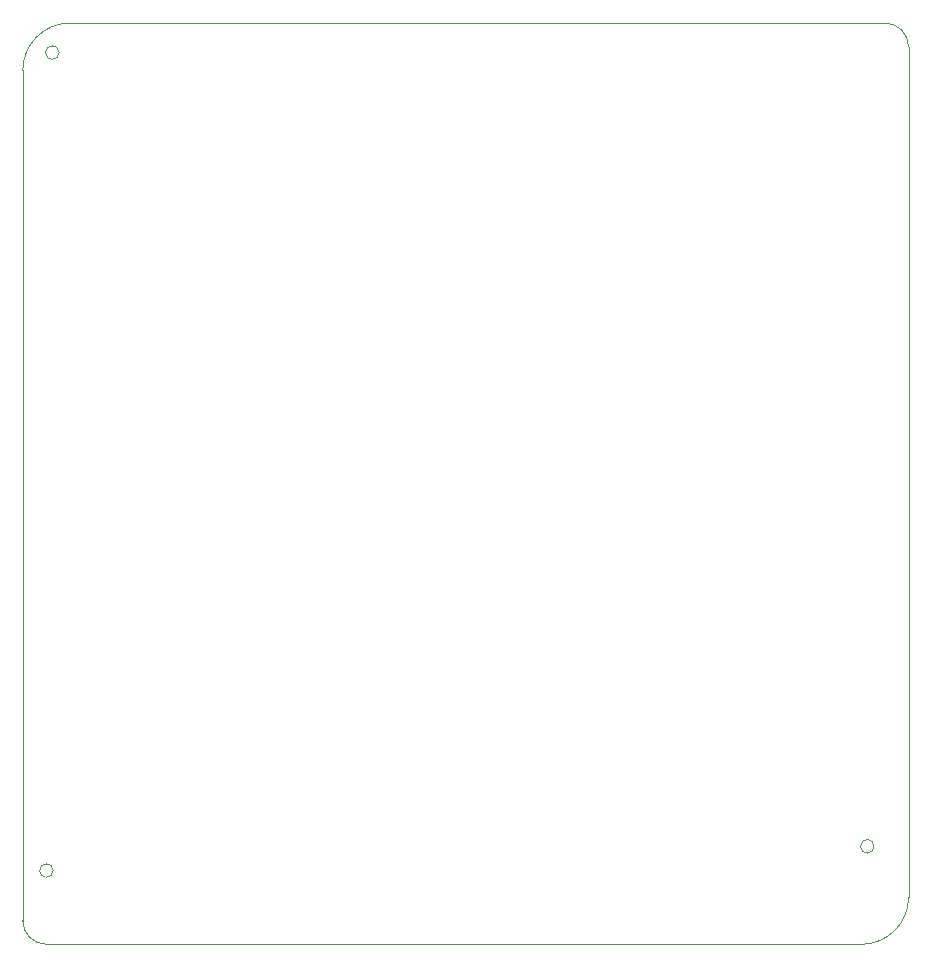
<source format=gbr>
G04 #@! TF.GenerationSoftware,KiCad,Pcbnew,(5.99.0-9519-ga70106a3bd)*
G04 #@! TF.CreationDate,2021-03-11T21:55:01+03:00*
G04 #@! TF.ProjectId,UnderControl,556e6465-7243-46f6-9e74-726f6c2e6b69,rev?*
G04 #@! TF.SameCoordinates,Original*
G04 #@! TF.FileFunction,Profile,NP*
%FSLAX46Y46*%
G04 Gerber Fmt 4.6, Leading zero omitted, Abs format (unit mm)*
G04 Created by KiCad (PCBNEW (5.99.0-9519-ga70106a3bd)) date 2021-03-11 21:55:01*
%MOMM*%
%LPD*%
G01*
G04 APERTURE LIST*
G04 #@! TA.AperFunction,Profile*
%ADD10C,0.050000*%
G04 #@! TD*
G04 #@! TA.AperFunction,Profile*
%ADD11C,0.100000*%
G04 #@! TD*
G04 APERTURE END LIST*
D10*
X102076000Y-151700000D02*
G75*
G03*
X102076000Y-151700000I-576000J0D01*
G01*
D11*
X32000000Y-160000000D02*
X101000000Y-160000000D01*
X105000000Y-156000000D02*
X105000000Y-92000000D01*
X103000000Y-82000000D02*
G75*
G02*
X105000000Y-84000000I0J-2000000D01*
G01*
X105000000Y-156000000D02*
G75*
G02*
X101000000Y-160000000I-4000000J0D01*
G01*
X32000000Y-160000000D02*
G75*
G02*
X30000000Y-158000000I0J2000000D01*
G01*
X30000000Y-86000000D02*
G75*
G02*
X34000000Y-82000000I4000000J0D01*
G01*
X30000000Y-94000000D02*
X30000000Y-87000000D01*
X103000000Y-82000000D02*
X34000000Y-82000000D01*
X105000000Y-92000000D02*
X105000000Y-85000000D01*
D10*
X32576000Y-153750000D02*
G75*
G03*
X32576000Y-153750000I-576000J0D01*
G01*
D11*
X30000000Y-94000000D02*
X30000000Y-158000000D01*
X105000000Y-85000000D02*
X105000000Y-84000000D01*
X30000000Y-87000000D02*
X30000000Y-86000000D01*
D10*
X33076000Y-84500000D02*
G75*
G03*
X33076000Y-84500000I-576000J0D01*
G01*
M02*

</source>
